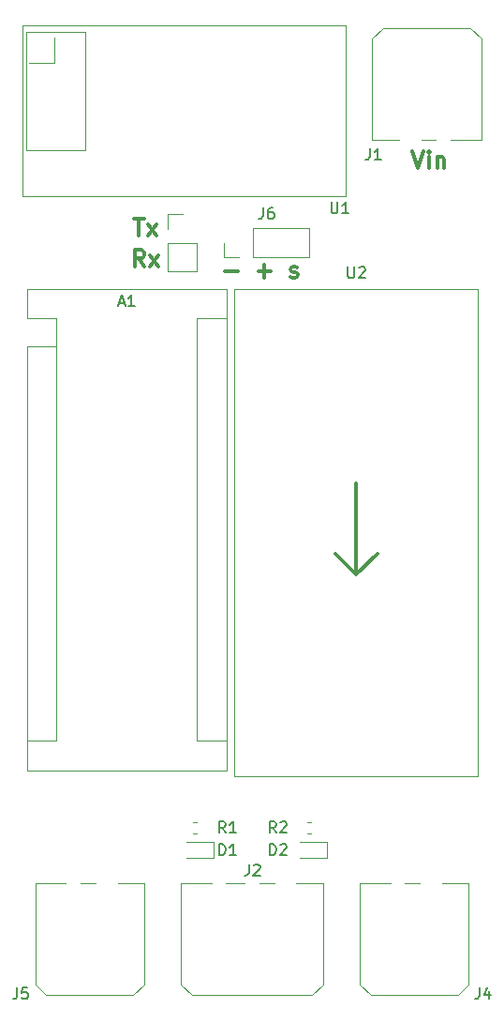
<source format=gbr>
G04 #@! TF.GenerationSoftware,KiCad,Pcbnew,(5.1.5)-3*
G04 #@! TF.CreationDate,2020-05-08T01:08:23-06:00*
G04 #@! TF.ProjectId,MASTER,4d415354-4552-42e6-9b69-6361645f7063,rev?*
G04 #@! TF.SameCoordinates,Original*
G04 #@! TF.FileFunction,Legend,Top*
G04 #@! TF.FilePolarity,Positive*
%FSLAX46Y46*%
G04 Gerber Fmt 4.6, Leading zero omitted, Abs format (unit mm)*
G04 Created by KiCad (PCBNEW (5.1.5)-3) date 2020-05-08 01:08:23*
%MOMM*%
%LPD*%
G04 APERTURE LIST*
%ADD10C,0.300000*%
%ADD11C,0.120000*%
%ADD12C,0.150000*%
G04 APERTURE END LIST*
D10*
X80062000Y-83419142D02*
X81204857Y-83419142D01*
X83062000Y-83419142D02*
X84204857Y-83419142D01*
X83633428Y-83990571D02*
X83633428Y-82847714D01*
X85990571Y-83919142D02*
X86133428Y-83990571D01*
X86419142Y-83990571D01*
X86562000Y-83919142D01*
X86633428Y-83776285D01*
X86633428Y-83704857D01*
X86562000Y-83562000D01*
X86419142Y-83490571D01*
X86204857Y-83490571D01*
X86062000Y-83419142D01*
X85990571Y-83276285D01*
X85990571Y-83204857D01*
X86062000Y-83062000D01*
X86204857Y-82990571D01*
X86419142Y-82990571D01*
X86562000Y-83062000D01*
X72755142Y-82974571D02*
X72255142Y-82260285D01*
X71898000Y-82974571D02*
X71898000Y-81474571D01*
X72469428Y-81474571D01*
X72612285Y-81546000D01*
X72683714Y-81617428D01*
X72755142Y-81760285D01*
X72755142Y-81974571D01*
X72683714Y-82117428D01*
X72612285Y-82188857D01*
X72469428Y-82260285D01*
X71898000Y-82260285D01*
X73255142Y-82974571D02*
X74040857Y-81974571D01*
X73255142Y-81974571D02*
X74040857Y-82974571D01*
X71862285Y-78680571D02*
X72719428Y-78680571D01*
X72290857Y-80180571D02*
X72290857Y-78680571D01*
X73076571Y-80180571D02*
X73862285Y-79180571D01*
X73076571Y-79180571D02*
X73862285Y-80180571D01*
X97016285Y-72584571D02*
X97516285Y-74084571D01*
X98016285Y-72584571D01*
X98516285Y-74084571D02*
X98516285Y-73084571D01*
X98516285Y-72584571D02*
X98444857Y-72656000D01*
X98516285Y-72727428D01*
X98587714Y-72656000D01*
X98516285Y-72584571D01*
X98516285Y-72727428D01*
X99230571Y-73084571D02*
X99230571Y-74084571D01*
X99230571Y-73227428D02*
X99302000Y-73156000D01*
X99444857Y-73084571D01*
X99659142Y-73084571D01*
X99802000Y-73156000D01*
X99873428Y-73298857D01*
X99873428Y-74084571D01*
D11*
X64817333Y-90191001D02*
X64817333Y-87651001D01*
X64817333Y-87651001D02*
X62147333Y-87651001D01*
X62147333Y-90191001D02*
X62147333Y-128421001D01*
X62147333Y-84981001D02*
X62147333Y-87651001D01*
X77517333Y-87651001D02*
X80187333Y-87651001D01*
X77517333Y-87651001D02*
X77517333Y-125751001D01*
X77517333Y-125751001D02*
X80187333Y-125751001D01*
X64817333Y-90191001D02*
X62147333Y-90191001D01*
X64817333Y-90191001D02*
X64817333Y-125751001D01*
X64817333Y-125751001D02*
X62147333Y-125751001D01*
X62147333Y-128421001D02*
X80187333Y-128421001D01*
X80187333Y-128421001D02*
X80187333Y-84981001D01*
X80187333Y-84981001D02*
X62147333Y-84981001D01*
X76530000Y-136371000D02*
X78990000Y-136371000D01*
X78990000Y-136371000D02*
X78990000Y-134901000D01*
X78990000Y-134901000D02*
X76530000Y-134901000D01*
X89285000Y-134901000D02*
X86825000Y-134901000D01*
X89285000Y-136371000D02*
X89285000Y-134901000D01*
X86825000Y-136371000D02*
X89285000Y-136371000D01*
X93339000Y-71575000D02*
X93339000Y-62455000D01*
X93339000Y-62455000D02*
X94339000Y-61455000D01*
X94339000Y-61455000D02*
X102209000Y-61455000D01*
X102209000Y-61455000D02*
X103209000Y-62455000D01*
X103209000Y-62455000D02*
X103209000Y-71575000D01*
X93339000Y-71575000D02*
X95764000Y-71575000D01*
X103209000Y-71575000D02*
X100425767Y-71575000D01*
X97784000Y-71575000D02*
X99122233Y-71575000D01*
X88935000Y-138610000D02*
X88935000Y-147730000D01*
X88935000Y-147730000D02*
X87935000Y-148730000D01*
X87935000Y-148730000D02*
X77065000Y-148730000D01*
X77065000Y-148730000D02*
X76065000Y-147730000D01*
X76065000Y-147730000D02*
X76065000Y-138610000D01*
X88935000Y-138610000D02*
X86510000Y-138610000D01*
X76065000Y-138610000D02*
X78848233Y-138610000D01*
X84490000Y-138610000D02*
X83151767Y-138610000D01*
X81848233Y-138610000D02*
X80151767Y-138610000D01*
X77158733Y-133094000D02*
X77501267Y-133094000D01*
X77158733Y-134114000D02*
X77501267Y-134114000D01*
X87498733Y-134114000D02*
X87841267Y-134114000D01*
X87498733Y-133094000D02*
X87841267Y-133094000D01*
X62103000Y-61791000D02*
X67437000Y-61791000D01*
X67437000Y-61791000D02*
X67437000Y-72459000D01*
X67437000Y-72459000D02*
X62103000Y-72459000D01*
X62103000Y-72459000D02*
X62103000Y-72459000D01*
X64643000Y-62299000D02*
X64643000Y-64585000D01*
X64643000Y-64585000D02*
X62357000Y-64585000D01*
X62357000Y-64585000D02*
X62357000Y-64585000D01*
X61773000Y-61215000D02*
X90973000Y-61215000D01*
X90973000Y-61215000D02*
X90973000Y-76665000D01*
X90973000Y-76665000D02*
X61773000Y-76665000D01*
X61773000Y-76665000D02*
X61773000Y-61215000D01*
X61773000Y-61215000D02*
X61773000Y-61215000D01*
X62103000Y-72459000D02*
X62103000Y-61791000D01*
X62103000Y-61791000D02*
X62103000Y-61791000D01*
X80898666Y-84994001D02*
X102898666Y-84994001D01*
X80898666Y-128994001D02*
X102898666Y-128994001D01*
X80898666Y-84994001D02*
X80898666Y-128994001D01*
X102898666Y-128994001D02*
X102898666Y-84994001D01*
D10*
X91898666Y-102549001D02*
X91898666Y-110804001D01*
X93803666Y-108899001D02*
X91898666Y-110804001D01*
X89993666Y-108899001D02*
X91898666Y-110804001D01*
D11*
X74870000Y-83433000D02*
X77530000Y-83433000D01*
X74870000Y-80833000D02*
X74870000Y-83433000D01*
X77530000Y-80833000D02*
X77530000Y-83433000D01*
X74870000Y-80833000D02*
X77530000Y-80833000D01*
X74870000Y-79563000D02*
X74870000Y-78233000D01*
X74870000Y-78233000D02*
X76200000Y-78233000D01*
X102095000Y-138610000D02*
X102095000Y-147730000D01*
X102095000Y-147730000D02*
X101095000Y-148730000D01*
X101095000Y-148730000D02*
X93225000Y-148730000D01*
X93225000Y-148730000D02*
X92225000Y-147730000D01*
X92225000Y-147730000D02*
X92225000Y-138610000D01*
X102095000Y-138610000D02*
X99670000Y-138610000D01*
X92225000Y-138610000D02*
X95008233Y-138610000D01*
X97650000Y-138610000D02*
X96311767Y-138610000D01*
X72775000Y-138610000D02*
X72775000Y-147730000D01*
X72775000Y-147730000D02*
X71775000Y-148730000D01*
X71775000Y-148730000D02*
X63905000Y-148730000D01*
X63905000Y-148730000D02*
X62905000Y-147730000D01*
X62905000Y-147730000D02*
X62905000Y-138610000D01*
X72775000Y-138610000D02*
X70350000Y-138610000D01*
X62905000Y-138610000D02*
X65688233Y-138610000D01*
X68330000Y-138610000D02*
X66991767Y-138610000D01*
X87690000Y-82168000D02*
X87690000Y-79508000D01*
X82550000Y-82168000D02*
X87690000Y-82168000D01*
X82550000Y-79508000D02*
X87690000Y-79508000D01*
X82550000Y-82168000D02*
X82550000Y-79508000D01*
X81280000Y-82168000D02*
X79950000Y-82168000D01*
X79950000Y-82168000D02*
X79950000Y-80838000D01*
D12*
X70453047Y-86272666D02*
X70929237Y-86272666D01*
X70357809Y-86558380D02*
X70691142Y-85558380D01*
X71024475Y-86558380D01*
X71881618Y-86558380D02*
X71310190Y-86558380D01*
X71595904Y-86558380D02*
X71595904Y-85558380D01*
X71500666Y-85701238D01*
X71405428Y-85796476D01*
X71310190Y-85844095D01*
X79525904Y-136088380D02*
X79525904Y-135088380D01*
X79764000Y-135088380D01*
X79906857Y-135136000D01*
X80002095Y-135231238D01*
X80049714Y-135326476D01*
X80097333Y-135516952D01*
X80097333Y-135659809D01*
X80049714Y-135850285D01*
X80002095Y-135945523D01*
X79906857Y-136040761D01*
X79764000Y-136088380D01*
X79525904Y-136088380D01*
X81049714Y-136088380D02*
X80478285Y-136088380D01*
X80764000Y-136088380D02*
X80764000Y-135088380D01*
X80668761Y-135231238D01*
X80573523Y-135326476D01*
X80478285Y-135374095D01*
X84097904Y-136088380D02*
X84097904Y-135088380D01*
X84336000Y-135088380D01*
X84478857Y-135136000D01*
X84574095Y-135231238D01*
X84621714Y-135326476D01*
X84669333Y-135516952D01*
X84669333Y-135659809D01*
X84621714Y-135850285D01*
X84574095Y-135945523D01*
X84478857Y-136040761D01*
X84336000Y-136088380D01*
X84097904Y-136088380D01*
X85050285Y-135183619D02*
X85097904Y-135136000D01*
X85193142Y-135088380D01*
X85431238Y-135088380D01*
X85526476Y-135136000D01*
X85574095Y-135183619D01*
X85621714Y-135278857D01*
X85621714Y-135374095D01*
X85574095Y-135516952D01*
X85002666Y-136088380D01*
X85621714Y-136088380D01*
X93138666Y-72350380D02*
X93138666Y-73064666D01*
X93091047Y-73207523D01*
X92995809Y-73302761D01*
X92852952Y-73350380D01*
X92757714Y-73350380D01*
X94138666Y-73350380D02*
X93567238Y-73350380D01*
X93852952Y-73350380D02*
X93852952Y-72350380D01*
X93757714Y-72493238D01*
X93662476Y-72588476D01*
X93567238Y-72636095D01*
X82216666Y-136929880D02*
X82216666Y-137644166D01*
X82169047Y-137787023D01*
X82073809Y-137882261D01*
X81930952Y-137929880D01*
X81835714Y-137929880D01*
X82645238Y-137025119D02*
X82692857Y-136977500D01*
X82788095Y-136929880D01*
X83026190Y-136929880D01*
X83121428Y-136977500D01*
X83169047Y-137025119D01*
X83216666Y-137120357D01*
X83216666Y-137215595D01*
X83169047Y-137358452D01*
X82597619Y-137929880D01*
X83216666Y-137929880D01*
X80097333Y-134056380D02*
X79764000Y-133580190D01*
X79525904Y-134056380D02*
X79525904Y-133056380D01*
X79906857Y-133056380D01*
X80002095Y-133104000D01*
X80049714Y-133151619D01*
X80097333Y-133246857D01*
X80097333Y-133389714D01*
X80049714Y-133484952D01*
X80002095Y-133532571D01*
X79906857Y-133580190D01*
X79525904Y-133580190D01*
X81049714Y-134056380D02*
X80478285Y-134056380D01*
X80764000Y-134056380D02*
X80764000Y-133056380D01*
X80668761Y-133199238D01*
X80573523Y-133294476D01*
X80478285Y-133342095D01*
X84669333Y-134056380D02*
X84336000Y-133580190D01*
X84097904Y-134056380D02*
X84097904Y-133056380D01*
X84478857Y-133056380D01*
X84574095Y-133104000D01*
X84621714Y-133151619D01*
X84669333Y-133246857D01*
X84669333Y-133389714D01*
X84621714Y-133484952D01*
X84574095Y-133532571D01*
X84478857Y-133580190D01*
X84097904Y-133580190D01*
X85050285Y-133151619D02*
X85097904Y-133104000D01*
X85193142Y-133056380D01*
X85431238Y-133056380D01*
X85526476Y-133104000D01*
X85574095Y-133151619D01*
X85621714Y-133246857D01*
X85621714Y-133342095D01*
X85574095Y-133484952D01*
X85002666Y-134056380D01*
X85621714Y-134056380D01*
X89662095Y-77176380D02*
X89662095Y-77985904D01*
X89709714Y-78081142D01*
X89757333Y-78128761D01*
X89852571Y-78176380D01*
X90043047Y-78176380D01*
X90138285Y-78128761D01*
X90185904Y-78081142D01*
X90233523Y-77985904D01*
X90233523Y-77176380D01*
X91233523Y-78176380D02*
X90662095Y-78176380D01*
X90947809Y-78176380D02*
X90947809Y-77176380D01*
X90852571Y-77319238D01*
X90757333Y-77414476D01*
X90662095Y-77462095D01*
X91162161Y-83019581D02*
X91162161Y-83829105D01*
X91209780Y-83924343D01*
X91257399Y-83971962D01*
X91352637Y-84019581D01*
X91543113Y-84019581D01*
X91638351Y-83971962D01*
X91685970Y-83924343D01*
X91733589Y-83829105D01*
X91733589Y-83019581D01*
X92162161Y-83114820D02*
X92209780Y-83067201D01*
X92305018Y-83019581D01*
X92543113Y-83019581D01*
X92638351Y-83067201D01*
X92685970Y-83114820D01*
X92733589Y-83210058D01*
X92733589Y-83305296D01*
X92685970Y-83448153D01*
X92114542Y-84019581D01*
X92733589Y-84019581D01*
X103044666Y-148042380D02*
X103044666Y-148756666D01*
X102997047Y-148899523D01*
X102901809Y-148994761D01*
X102758952Y-149042380D01*
X102663714Y-149042380D01*
X103949428Y-148375714D02*
X103949428Y-149042380D01*
X103711333Y-147994761D02*
X103473238Y-148709047D01*
X104092285Y-148709047D01*
X61261666Y-148042380D02*
X61261666Y-148756666D01*
X61214047Y-148899523D01*
X61118809Y-148994761D01*
X60975952Y-149042380D01*
X60880714Y-149042380D01*
X62214047Y-148042380D02*
X61737857Y-148042380D01*
X61690238Y-148518571D01*
X61737857Y-148470952D01*
X61833095Y-148423333D01*
X62071190Y-148423333D01*
X62166428Y-148470952D01*
X62214047Y-148518571D01*
X62261666Y-148613809D01*
X62261666Y-148851904D01*
X62214047Y-148947142D01*
X62166428Y-148994761D01*
X62071190Y-149042380D01*
X61833095Y-149042380D01*
X61737857Y-148994761D01*
X61690238Y-148947142D01*
X83486666Y-77684380D02*
X83486666Y-78398666D01*
X83439047Y-78541523D01*
X83343809Y-78636761D01*
X83200952Y-78684380D01*
X83105714Y-78684380D01*
X84391428Y-77684380D02*
X84200952Y-77684380D01*
X84105714Y-77732000D01*
X84058095Y-77779619D01*
X83962857Y-77922476D01*
X83915238Y-78112952D01*
X83915238Y-78493904D01*
X83962857Y-78589142D01*
X84010476Y-78636761D01*
X84105714Y-78684380D01*
X84296190Y-78684380D01*
X84391428Y-78636761D01*
X84439047Y-78589142D01*
X84486666Y-78493904D01*
X84486666Y-78255809D01*
X84439047Y-78160571D01*
X84391428Y-78112952D01*
X84296190Y-78065333D01*
X84105714Y-78065333D01*
X84010476Y-78112952D01*
X83962857Y-78160571D01*
X83915238Y-78255809D01*
M02*

</source>
